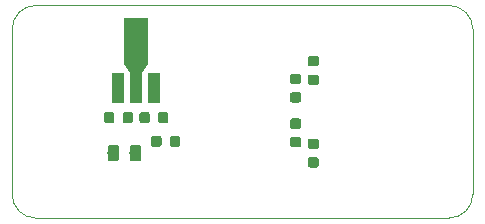
<source format=gtp>
G04 #@! TF.GenerationSoftware,KiCad,Pcbnew,(6.0.0-rc1-dev-1-g01c5bdfb8)*
G04 #@! TF.CreationDate,2019-01-02T15:00:54+01:00*
G04 #@! TF.ProjectId,nunchuk_breakout,6E756E6368756B5F627265616B6F7574,rev?*
G04 #@! TF.SameCoordinates,Original*
G04 #@! TF.FileFunction,Paste,Top*
G04 #@! TF.FilePolarity,Positive*
%FSLAX46Y46*%
G04 Gerber Fmt 4.6, Leading zero omitted, Abs format (unit mm)*
G04 Created by KiCad (PCBNEW (6.0.0-rc1-dev-1-g01c5bdfb8)) date Wed Jan  2 15:00:54 2019*
%MOMM*%
%LPD*%
G01*
G04 APERTURE LIST*
%ADD10C,0.100000*%
%ADD11R,1.000000X2.500000*%
%ADD12R,2.000000X4.000000*%
%ADD13C,0.750000*%
%ADD14C,0.875000*%
%ADD15C,0.975000*%
G04 APERTURE END LIST*
D10*
X133000000Y-91000000D02*
G75*
G02X135000000Y-93000000I0J-2000000D01*
G01*
X135000000Y-107000000D02*
G75*
G02X133000000Y-109000000I-2000000J0D01*
G01*
X98000000Y-109000000D02*
G75*
G02X96000000Y-107000000I0J2000000D01*
G01*
X96000000Y-93000000D02*
G75*
G02X98000000Y-91000000I2000000J0D01*
G01*
X135000000Y-107000000D02*
X135000000Y-93000000D01*
X98000000Y-109000000D02*
X133000000Y-109000000D01*
X96000000Y-93000000D02*
X96000000Y-107000000D01*
X133000000Y-91000000D02*
X98000000Y-91000000D01*
D11*
G04 #@! TO.C,U1*
X105000000Y-97980000D03*
X106500000Y-97980000D03*
X108000000Y-97980000D03*
D12*
X106500000Y-94020000D03*
D13*
X106500000Y-96370000D03*
D10*
G36*
X107500000Y-95995000D02*
X107000000Y-96745000D01*
X106000000Y-96745000D01*
X105500000Y-95995000D01*
X107500000Y-95995000D01*
X107500000Y-95995000D01*
G37*
G04 #@! TD*
G04 #@! TO.C,C8*
G36*
X121777691Y-95276053D02*
X121798926Y-95279203D01*
X121819750Y-95284419D01*
X121839962Y-95291651D01*
X121859368Y-95300830D01*
X121877781Y-95311866D01*
X121895024Y-95324654D01*
X121910930Y-95339070D01*
X121925346Y-95354976D01*
X121938134Y-95372219D01*
X121949170Y-95390632D01*
X121958349Y-95410038D01*
X121965581Y-95430250D01*
X121970797Y-95451074D01*
X121973947Y-95472309D01*
X121975000Y-95493750D01*
X121975000Y-95931250D01*
X121973947Y-95952691D01*
X121970797Y-95973926D01*
X121965581Y-95994750D01*
X121958349Y-96014962D01*
X121949170Y-96034368D01*
X121938134Y-96052781D01*
X121925346Y-96070024D01*
X121910930Y-96085930D01*
X121895024Y-96100346D01*
X121877781Y-96113134D01*
X121859368Y-96124170D01*
X121839962Y-96133349D01*
X121819750Y-96140581D01*
X121798926Y-96145797D01*
X121777691Y-96148947D01*
X121756250Y-96150000D01*
X121243750Y-96150000D01*
X121222309Y-96148947D01*
X121201074Y-96145797D01*
X121180250Y-96140581D01*
X121160038Y-96133349D01*
X121140632Y-96124170D01*
X121122219Y-96113134D01*
X121104976Y-96100346D01*
X121089070Y-96085930D01*
X121074654Y-96070024D01*
X121061866Y-96052781D01*
X121050830Y-96034368D01*
X121041651Y-96014962D01*
X121034419Y-95994750D01*
X121029203Y-95973926D01*
X121026053Y-95952691D01*
X121025000Y-95931250D01*
X121025000Y-95493750D01*
X121026053Y-95472309D01*
X121029203Y-95451074D01*
X121034419Y-95430250D01*
X121041651Y-95410038D01*
X121050830Y-95390632D01*
X121061866Y-95372219D01*
X121074654Y-95354976D01*
X121089070Y-95339070D01*
X121104976Y-95324654D01*
X121122219Y-95311866D01*
X121140632Y-95300830D01*
X121160038Y-95291651D01*
X121180250Y-95284419D01*
X121201074Y-95279203D01*
X121222309Y-95276053D01*
X121243750Y-95275000D01*
X121756250Y-95275000D01*
X121777691Y-95276053D01*
X121777691Y-95276053D01*
G37*
D14*
X121500000Y-95712500D03*
D10*
G36*
X121777691Y-96851053D02*
X121798926Y-96854203D01*
X121819750Y-96859419D01*
X121839962Y-96866651D01*
X121859368Y-96875830D01*
X121877781Y-96886866D01*
X121895024Y-96899654D01*
X121910930Y-96914070D01*
X121925346Y-96929976D01*
X121938134Y-96947219D01*
X121949170Y-96965632D01*
X121958349Y-96985038D01*
X121965581Y-97005250D01*
X121970797Y-97026074D01*
X121973947Y-97047309D01*
X121975000Y-97068750D01*
X121975000Y-97506250D01*
X121973947Y-97527691D01*
X121970797Y-97548926D01*
X121965581Y-97569750D01*
X121958349Y-97589962D01*
X121949170Y-97609368D01*
X121938134Y-97627781D01*
X121925346Y-97645024D01*
X121910930Y-97660930D01*
X121895024Y-97675346D01*
X121877781Y-97688134D01*
X121859368Y-97699170D01*
X121839962Y-97708349D01*
X121819750Y-97715581D01*
X121798926Y-97720797D01*
X121777691Y-97723947D01*
X121756250Y-97725000D01*
X121243750Y-97725000D01*
X121222309Y-97723947D01*
X121201074Y-97720797D01*
X121180250Y-97715581D01*
X121160038Y-97708349D01*
X121140632Y-97699170D01*
X121122219Y-97688134D01*
X121104976Y-97675346D01*
X121089070Y-97660930D01*
X121074654Y-97645024D01*
X121061866Y-97627781D01*
X121050830Y-97609368D01*
X121041651Y-97589962D01*
X121034419Y-97569750D01*
X121029203Y-97548926D01*
X121026053Y-97527691D01*
X121025000Y-97506250D01*
X121025000Y-97068750D01*
X121026053Y-97047309D01*
X121029203Y-97026074D01*
X121034419Y-97005250D01*
X121041651Y-96985038D01*
X121050830Y-96965632D01*
X121061866Y-96947219D01*
X121074654Y-96929976D01*
X121089070Y-96914070D01*
X121104976Y-96899654D01*
X121122219Y-96886866D01*
X121140632Y-96875830D01*
X121160038Y-96866651D01*
X121180250Y-96859419D01*
X121201074Y-96854203D01*
X121222309Y-96851053D01*
X121243750Y-96850000D01*
X121756250Y-96850000D01*
X121777691Y-96851053D01*
X121777691Y-96851053D01*
G37*
D14*
X121500000Y-97287500D03*
G04 #@! TD*
D10*
G04 #@! TO.C,C7*
G36*
X121777691Y-103851053D02*
X121798926Y-103854203D01*
X121819750Y-103859419D01*
X121839962Y-103866651D01*
X121859368Y-103875830D01*
X121877781Y-103886866D01*
X121895024Y-103899654D01*
X121910930Y-103914070D01*
X121925346Y-103929976D01*
X121938134Y-103947219D01*
X121949170Y-103965632D01*
X121958349Y-103985038D01*
X121965581Y-104005250D01*
X121970797Y-104026074D01*
X121973947Y-104047309D01*
X121975000Y-104068750D01*
X121975000Y-104506250D01*
X121973947Y-104527691D01*
X121970797Y-104548926D01*
X121965581Y-104569750D01*
X121958349Y-104589962D01*
X121949170Y-104609368D01*
X121938134Y-104627781D01*
X121925346Y-104645024D01*
X121910930Y-104660930D01*
X121895024Y-104675346D01*
X121877781Y-104688134D01*
X121859368Y-104699170D01*
X121839962Y-104708349D01*
X121819750Y-104715581D01*
X121798926Y-104720797D01*
X121777691Y-104723947D01*
X121756250Y-104725000D01*
X121243750Y-104725000D01*
X121222309Y-104723947D01*
X121201074Y-104720797D01*
X121180250Y-104715581D01*
X121160038Y-104708349D01*
X121140632Y-104699170D01*
X121122219Y-104688134D01*
X121104976Y-104675346D01*
X121089070Y-104660930D01*
X121074654Y-104645024D01*
X121061866Y-104627781D01*
X121050830Y-104609368D01*
X121041651Y-104589962D01*
X121034419Y-104569750D01*
X121029203Y-104548926D01*
X121026053Y-104527691D01*
X121025000Y-104506250D01*
X121025000Y-104068750D01*
X121026053Y-104047309D01*
X121029203Y-104026074D01*
X121034419Y-104005250D01*
X121041651Y-103985038D01*
X121050830Y-103965632D01*
X121061866Y-103947219D01*
X121074654Y-103929976D01*
X121089070Y-103914070D01*
X121104976Y-103899654D01*
X121122219Y-103886866D01*
X121140632Y-103875830D01*
X121160038Y-103866651D01*
X121180250Y-103859419D01*
X121201074Y-103854203D01*
X121222309Y-103851053D01*
X121243750Y-103850000D01*
X121756250Y-103850000D01*
X121777691Y-103851053D01*
X121777691Y-103851053D01*
G37*
D14*
X121500000Y-104287500D03*
D10*
G36*
X121777691Y-102276053D02*
X121798926Y-102279203D01*
X121819750Y-102284419D01*
X121839962Y-102291651D01*
X121859368Y-102300830D01*
X121877781Y-102311866D01*
X121895024Y-102324654D01*
X121910930Y-102339070D01*
X121925346Y-102354976D01*
X121938134Y-102372219D01*
X121949170Y-102390632D01*
X121958349Y-102410038D01*
X121965581Y-102430250D01*
X121970797Y-102451074D01*
X121973947Y-102472309D01*
X121975000Y-102493750D01*
X121975000Y-102931250D01*
X121973947Y-102952691D01*
X121970797Y-102973926D01*
X121965581Y-102994750D01*
X121958349Y-103014962D01*
X121949170Y-103034368D01*
X121938134Y-103052781D01*
X121925346Y-103070024D01*
X121910930Y-103085930D01*
X121895024Y-103100346D01*
X121877781Y-103113134D01*
X121859368Y-103124170D01*
X121839962Y-103133349D01*
X121819750Y-103140581D01*
X121798926Y-103145797D01*
X121777691Y-103148947D01*
X121756250Y-103150000D01*
X121243750Y-103150000D01*
X121222309Y-103148947D01*
X121201074Y-103145797D01*
X121180250Y-103140581D01*
X121160038Y-103133349D01*
X121140632Y-103124170D01*
X121122219Y-103113134D01*
X121104976Y-103100346D01*
X121089070Y-103085930D01*
X121074654Y-103070024D01*
X121061866Y-103052781D01*
X121050830Y-103034368D01*
X121041651Y-103014962D01*
X121034419Y-102994750D01*
X121029203Y-102973926D01*
X121026053Y-102952691D01*
X121025000Y-102931250D01*
X121025000Y-102493750D01*
X121026053Y-102472309D01*
X121029203Y-102451074D01*
X121034419Y-102430250D01*
X121041651Y-102410038D01*
X121050830Y-102390632D01*
X121061866Y-102372219D01*
X121074654Y-102354976D01*
X121089070Y-102339070D01*
X121104976Y-102324654D01*
X121122219Y-102311866D01*
X121140632Y-102300830D01*
X121160038Y-102291651D01*
X121180250Y-102284419D01*
X121201074Y-102279203D01*
X121222309Y-102276053D01*
X121243750Y-102275000D01*
X121756250Y-102275000D01*
X121777691Y-102276053D01*
X121777691Y-102276053D01*
G37*
D14*
X121500000Y-102712500D03*
G04 #@! TD*
D10*
G04 #@! TO.C,C4*
G36*
X107452691Y-100026053D02*
X107473926Y-100029203D01*
X107494750Y-100034419D01*
X107514962Y-100041651D01*
X107534368Y-100050830D01*
X107552781Y-100061866D01*
X107570024Y-100074654D01*
X107585930Y-100089070D01*
X107600346Y-100104976D01*
X107613134Y-100122219D01*
X107624170Y-100140632D01*
X107633349Y-100160038D01*
X107640581Y-100180250D01*
X107645797Y-100201074D01*
X107648947Y-100222309D01*
X107650000Y-100243750D01*
X107650000Y-100756250D01*
X107648947Y-100777691D01*
X107645797Y-100798926D01*
X107640581Y-100819750D01*
X107633349Y-100839962D01*
X107624170Y-100859368D01*
X107613134Y-100877781D01*
X107600346Y-100895024D01*
X107585930Y-100910930D01*
X107570024Y-100925346D01*
X107552781Y-100938134D01*
X107534368Y-100949170D01*
X107514962Y-100958349D01*
X107494750Y-100965581D01*
X107473926Y-100970797D01*
X107452691Y-100973947D01*
X107431250Y-100975000D01*
X106993750Y-100975000D01*
X106972309Y-100973947D01*
X106951074Y-100970797D01*
X106930250Y-100965581D01*
X106910038Y-100958349D01*
X106890632Y-100949170D01*
X106872219Y-100938134D01*
X106854976Y-100925346D01*
X106839070Y-100910930D01*
X106824654Y-100895024D01*
X106811866Y-100877781D01*
X106800830Y-100859368D01*
X106791651Y-100839962D01*
X106784419Y-100819750D01*
X106779203Y-100798926D01*
X106776053Y-100777691D01*
X106775000Y-100756250D01*
X106775000Y-100243750D01*
X106776053Y-100222309D01*
X106779203Y-100201074D01*
X106784419Y-100180250D01*
X106791651Y-100160038D01*
X106800830Y-100140632D01*
X106811866Y-100122219D01*
X106824654Y-100104976D01*
X106839070Y-100089070D01*
X106854976Y-100074654D01*
X106872219Y-100061866D01*
X106890632Y-100050830D01*
X106910038Y-100041651D01*
X106930250Y-100034419D01*
X106951074Y-100029203D01*
X106972309Y-100026053D01*
X106993750Y-100025000D01*
X107431250Y-100025000D01*
X107452691Y-100026053D01*
X107452691Y-100026053D01*
G37*
D14*
X107212500Y-100500000D03*
D10*
G36*
X109027691Y-100026053D02*
X109048926Y-100029203D01*
X109069750Y-100034419D01*
X109089962Y-100041651D01*
X109109368Y-100050830D01*
X109127781Y-100061866D01*
X109145024Y-100074654D01*
X109160930Y-100089070D01*
X109175346Y-100104976D01*
X109188134Y-100122219D01*
X109199170Y-100140632D01*
X109208349Y-100160038D01*
X109215581Y-100180250D01*
X109220797Y-100201074D01*
X109223947Y-100222309D01*
X109225000Y-100243750D01*
X109225000Y-100756250D01*
X109223947Y-100777691D01*
X109220797Y-100798926D01*
X109215581Y-100819750D01*
X109208349Y-100839962D01*
X109199170Y-100859368D01*
X109188134Y-100877781D01*
X109175346Y-100895024D01*
X109160930Y-100910930D01*
X109145024Y-100925346D01*
X109127781Y-100938134D01*
X109109368Y-100949170D01*
X109089962Y-100958349D01*
X109069750Y-100965581D01*
X109048926Y-100970797D01*
X109027691Y-100973947D01*
X109006250Y-100975000D01*
X108568750Y-100975000D01*
X108547309Y-100973947D01*
X108526074Y-100970797D01*
X108505250Y-100965581D01*
X108485038Y-100958349D01*
X108465632Y-100949170D01*
X108447219Y-100938134D01*
X108429976Y-100925346D01*
X108414070Y-100910930D01*
X108399654Y-100895024D01*
X108386866Y-100877781D01*
X108375830Y-100859368D01*
X108366651Y-100839962D01*
X108359419Y-100819750D01*
X108354203Y-100798926D01*
X108351053Y-100777691D01*
X108350000Y-100756250D01*
X108350000Y-100243750D01*
X108351053Y-100222309D01*
X108354203Y-100201074D01*
X108359419Y-100180250D01*
X108366651Y-100160038D01*
X108375830Y-100140632D01*
X108386866Y-100122219D01*
X108399654Y-100104976D01*
X108414070Y-100089070D01*
X108429976Y-100074654D01*
X108447219Y-100061866D01*
X108465632Y-100050830D01*
X108485038Y-100041651D01*
X108505250Y-100034419D01*
X108526074Y-100029203D01*
X108547309Y-100026053D01*
X108568750Y-100025000D01*
X109006250Y-100025000D01*
X109027691Y-100026053D01*
X109027691Y-100026053D01*
G37*
D14*
X108787500Y-100500000D03*
G04 #@! TD*
D10*
G04 #@! TO.C,C3*
G36*
X104452691Y-100026053D02*
X104473926Y-100029203D01*
X104494750Y-100034419D01*
X104514962Y-100041651D01*
X104534368Y-100050830D01*
X104552781Y-100061866D01*
X104570024Y-100074654D01*
X104585930Y-100089070D01*
X104600346Y-100104976D01*
X104613134Y-100122219D01*
X104624170Y-100140632D01*
X104633349Y-100160038D01*
X104640581Y-100180250D01*
X104645797Y-100201074D01*
X104648947Y-100222309D01*
X104650000Y-100243750D01*
X104650000Y-100756250D01*
X104648947Y-100777691D01*
X104645797Y-100798926D01*
X104640581Y-100819750D01*
X104633349Y-100839962D01*
X104624170Y-100859368D01*
X104613134Y-100877781D01*
X104600346Y-100895024D01*
X104585930Y-100910930D01*
X104570024Y-100925346D01*
X104552781Y-100938134D01*
X104534368Y-100949170D01*
X104514962Y-100958349D01*
X104494750Y-100965581D01*
X104473926Y-100970797D01*
X104452691Y-100973947D01*
X104431250Y-100975000D01*
X103993750Y-100975000D01*
X103972309Y-100973947D01*
X103951074Y-100970797D01*
X103930250Y-100965581D01*
X103910038Y-100958349D01*
X103890632Y-100949170D01*
X103872219Y-100938134D01*
X103854976Y-100925346D01*
X103839070Y-100910930D01*
X103824654Y-100895024D01*
X103811866Y-100877781D01*
X103800830Y-100859368D01*
X103791651Y-100839962D01*
X103784419Y-100819750D01*
X103779203Y-100798926D01*
X103776053Y-100777691D01*
X103775000Y-100756250D01*
X103775000Y-100243750D01*
X103776053Y-100222309D01*
X103779203Y-100201074D01*
X103784419Y-100180250D01*
X103791651Y-100160038D01*
X103800830Y-100140632D01*
X103811866Y-100122219D01*
X103824654Y-100104976D01*
X103839070Y-100089070D01*
X103854976Y-100074654D01*
X103872219Y-100061866D01*
X103890632Y-100050830D01*
X103910038Y-100041651D01*
X103930250Y-100034419D01*
X103951074Y-100029203D01*
X103972309Y-100026053D01*
X103993750Y-100025000D01*
X104431250Y-100025000D01*
X104452691Y-100026053D01*
X104452691Y-100026053D01*
G37*
D14*
X104212500Y-100500000D03*
D10*
G36*
X106027691Y-100026053D02*
X106048926Y-100029203D01*
X106069750Y-100034419D01*
X106089962Y-100041651D01*
X106109368Y-100050830D01*
X106127781Y-100061866D01*
X106145024Y-100074654D01*
X106160930Y-100089070D01*
X106175346Y-100104976D01*
X106188134Y-100122219D01*
X106199170Y-100140632D01*
X106208349Y-100160038D01*
X106215581Y-100180250D01*
X106220797Y-100201074D01*
X106223947Y-100222309D01*
X106225000Y-100243750D01*
X106225000Y-100756250D01*
X106223947Y-100777691D01*
X106220797Y-100798926D01*
X106215581Y-100819750D01*
X106208349Y-100839962D01*
X106199170Y-100859368D01*
X106188134Y-100877781D01*
X106175346Y-100895024D01*
X106160930Y-100910930D01*
X106145024Y-100925346D01*
X106127781Y-100938134D01*
X106109368Y-100949170D01*
X106089962Y-100958349D01*
X106069750Y-100965581D01*
X106048926Y-100970797D01*
X106027691Y-100973947D01*
X106006250Y-100975000D01*
X105568750Y-100975000D01*
X105547309Y-100973947D01*
X105526074Y-100970797D01*
X105505250Y-100965581D01*
X105485038Y-100958349D01*
X105465632Y-100949170D01*
X105447219Y-100938134D01*
X105429976Y-100925346D01*
X105414070Y-100910930D01*
X105399654Y-100895024D01*
X105386866Y-100877781D01*
X105375830Y-100859368D01*
X105366651Y-100839962D01*
X105359419Y-100819750D01*
X105354203Y-100798926D01*
X105351053Y-100777691D01*
X105350000Y-100756250D01*
X105350000Y-100243750D01*
X105351053Y-100222309D01*
X105354203Y-100201074D01*
X105359419Y-100180250D01*
X105366651Y-100160038D01*
X105375830Y-100140632D01*
X105386866Y-100122219D01*
X105399654Y-100104976D01*
X105414070Y-100089070D01*
X105429976Y-100074654D01*
X105447219Y-100061866D01*
X105465632Y-100050830D01*
X105485038Y-100041651D01*
X105505250Y-100034419D01*
X105526074Y-100029203D01*
X105547309Y-100026053D01*
X105568750Y-100025000D01*
X106006250Y-100025000D01*
X106027691Y-100026053D01*
X106027691Y-100026053D01*
G37*
D14*
X105787500Y-100500000D03*
G04 #@! TD*
D10*
G04 #@! TO.C,D3*
G36*
X104830142Y-102801174D02*
X104853803Y-102804684D01*
X104877007Y-102810496D01*
X104899529Y-102818554D01*
X104921153Y-102828782D01*
X104941670Y-102841079D01*
X104960883Y-102855329D01*
X104978607Y-102871393D01*
X104994671Y-102889117D01*
X105008921Y-102908330D01*
X105021218Y-102928847D01*
X105031446Y-102950471D01*
X105039504Y-102972993D01*
X105045316Y-102996197D01*
X105048826Y-103019858D01*
X105050000Y-103043750D01*
X105050000Y-103956250D01*
X105048826Y-103980142D01*
X105045316Y-104003803D01*
X105039504Y-104027007D01*
X105031446Y-104049529D01*
X105021218Y-104071153D01*
X105008921Y-104091670D01*
X104994671Y-104110883D01*
X104978607Y-104128607D01*
X104960883Y-104144671D01*
X104941670Y-104158921D01*
X104921153Y-104171218D01*
X104899529Y-104181446D01*
X104877007Y-104189504D01*
X104853803Y-104195316D01*
X104830142Y-104198826D01*
X104806250Y-104200000D01*
X104318750Y-104200000D01*
X104294858Y-104198826D01*
X104271197Y-104195316D01*
X104247993Y-104189504D01*
X104225471Y-104181446D01*
X104203847Y-104171218D01*
X104183330Y-104158921D01*
X104164117Y-104144671D01*
X104146393Y-104128607D01*
X104130329Y-104110883D01*
X104116079Y-104091670D01*
X104103782Y-104071153D01*
X104093554Y-104049529D01*
X104085496Y-104027007D01*
X104079684Y-104003803D01*
X104076174Y-103980142D01*
X104075000Y-103956250D01*
X104075000Y-103043750D01*
X104076174Y-103019858D01*
X104079684Y-102996197D01*
X104085496Y-102972993D01*
X104093554Y-102950471D01*
X104103782Y-102928847D01*
X104116079Y-102908330D01*
X104130329Y-102889117D01*
X104146393Y-102871393D01*
X104164117Y-102855329D01*
X104183330Y-102841079D01*
X104203847Y-102828782D01*
X104225471Y-102818554D01*
X104247993Y-102810496D01*
X104271197Y-102804684D01*
X104294858Y-102801174D01*
X104318750Y-102800000D01*
X104806250Y-102800000D01*
X104830142Y-102801174D01*
X104830142Y-102801174D01*
G37*
D15*
X104562500Y-103500000D03*
D10*
G36*
X106705142Y-102801174D02*
X106728803Y-102804684D01*
X106752007Y-102810496D01*
X106774529Y-102818554D01*
X106796153Y-102828782D01*
X106816670Y-102841079D01*
X106835883Y-102855329D01*
X106853607Y-102871393D01*
X106869671Y-102889117D01*
X106883921Y-102908330D01*
X106896218Y-102928847D01*
X106906446Y-102950471D01*
X106914504Y-102972993D01*
X106920316Y-102996197D01*
X106923826Y-103019858D01*
X106925000Y-103043750D01*
X106925000Y-103956250D01*
X106923826Y-103980142D01*
X106920316Y-104003803D01*
X106914504Y-104027007D01*
X106906446Y-104049529D01*
X106896218Y-104071153D01*
X106883921Y-104091670D01*
X106869671Y-104110883D01*
X106853607Y-104128607D01*
X106835883Y-104144671D01*
X106816670Y-104158921D01*
X106796153Y-104171218D01*
X106774529Y-104181446D01*
X106752007Y-104189504D01*
X106728803Y-104195316D01*
X106705142Y-104198826D01*
X106681250Y-104200000D01*
X106193750Y-104200000D01*
X106169858Y-104198826D01*
X106146197Y-104195316D01*
X106122993Y-104189504D01*
X106100471Y-104181446D01*
X106078847Y-104171218D01*
X106058330Y-104158921D01*
X106039117Y-104144671D01*
X106021393Y-104128607D01*
X106005329Y-104110883D01*
X105991079Y-104091670D01*
X105978782Y-104071153D01*
X105968554Y-104049529D01*
X105960496Y-104027007D01*
X105954684Y-104003803D01*
X105951174Y-103980142D01*
X105950000Y-103956250D01*
X105950000Y-103043750D01*
X105951174Y-103019858D01*
X105954684Y-102996197D01*
X105960496Y-102972993D01*
X105968554Y-102950471D01*
X105978782Y-102928847D01*
X105991079Y-102908330D01*
X106005329Y-102889117D01*
X106021393Y-102871393D01*
X106039117Y-102855329D01*
X106058330Y-102841079D01*
X106078847Y-102828782D01*
X106100471Y-102818554D01*
X106122993Y-102810496D01*
X106146197Y-102804684D01*
X106169858Y-102801174D01*
X106193750Y-102800000D01*
X106681250Y-102800000D01*
X106705142Y-102801174D01*
X106705142Y-102801174D01*
G37*
D15*
X106437500Y-103500000D03*
G04 #@! TD*
D10*
G04 #@! TO.C,R5*
G36*
X120277691Y-100563554D02*
X120298926Y-100566704D01*
X120319750Y-100571920D01*
X120339962Y-100579152D01*
X120359368Y-100588331D01*
X120377781Y-100599367D01*
X120395024Y-100612155D01*
X120410930Y-100626571D01*
X120425346Y-100642477D01*
X120438134Y-100659720D01*
X120449170Y-100678133D01*
X120458349Y-100697539D01*
X120465581Y-100717751D01*
X120470797Y-100738575D01*
X120473947Y-100759810D01*
X120475000Y-100781251D01*
X120475000Y-101218751D01*
X120473947Y-101240192D01*
X120470797Y-101261427D01*
X120465581Y-101282251D01*
X120458349Y-101302463D01*
X120449170Y-101321869D01*
X120438134Y-101340282D01*
X120425346Y-101357525D01*
X120410930Y-101373431D01*
X120395024Y-101387847D01*
X120377781Y-101400635D01*
X120359368Y-101411671D01*
X120339962Y-101420850D01*
X120319750Y-101428082D01*
X120298926Y-101433298D01*
X120277691Y-101436448D01*
X120256250Y-101437501D01*
X119743750Y-101437501D01*
X119722309Y-101436448D01*
X119701074Y-101433298D01*
X119680250Y-101428082D01*
X119660038Y-101420850D01*
X119640632Y-101411671D01*
X119622219Y-101400635D01*
X119604976Y-101387847D01*
X119589070Y-101373431D01*
X119574654Y-101357525D01*
X119561866Y-101340282D01*
X119550830Y-101321869D01*
X119541651Y-101302463D01*
X119534419Y-101282251D01*
X119529203Y-101261427D01*
X119526053Y-101240192D01*
X119525000Y-101218751D01*
X119525000Y-100781251D01*
X119526053Y-100759810D01*
X119529203Y-100738575D01*
X119534419Y-100717751D01*
X119541651Y-100697539D01*
X119550830Y-100678133D01*
X119561866Y-100659720D01*
X119574654Y-100642477D01*
X119589070Y-100626571D01*
X119604976Y-100612155D01*
X119622219Y-100599367D01*
X119640632Y-100588331D01*
X119660038Y-100579152D01*
X119680250Y-100571920D01*
X119701074Y-100566704D01*
X119722309Y-100563554D01*
X119743750Y-100562501D01*
X120256250Y-100562501D01*
X120277691Y-100563554D01*
X120277691Y-100563554D01*
G37*
D14*
X120000000Y-101000001D03*
D10*
G36*
X120277691Y-102138554D02*
X120298926Y-102141704D01*
X120319750Y-102146920D01*
X120339962Y-102154152D01*
X120359368Y-102163331D01*
X120377781Y-102174367D01*
X120395024Y-102187155D01*
X120410930Y-102201571D01*
X120425346Y-102217477D01*
X120438134Y-102234720D01*
X120449170Y-102253133D01*
X120458349Y-102272539D01*
X120465581Y-102292751D01*
X120470797Y-102313575D01*
X120473947Y-102334810D01*
X120475000Y-102356251D01*
X120475000Y-102793751D01*
X120473947Y-102815192D01*
X120470797Y-102836427D01*
X120465581Y-102857251D01*
X120458349Y-102877463D01*
X120449170Y-102896869D01*
X120438134Y-102915282D01*
X120425346Y-102932525D01*
X120410930Y-102948431D01*
X120395024Y-102962847D01*
X120377781Y-102975635D01*
X120359368Y-102986671D01*
X120339962Y-102995850D01*
X120319750Y-103003082D01*
X120298926Y-103008298D01*
X120277691Y-103011448D01*
X120256250Y-103012501D01*
X119743750Y-103012501D01*
X119722309Y-103011448D01*
X119701074Y-103008298D01*
X119680250Y-103003082D01*
X119660038Y-102995850D01*
X119640632Y-102986671D01*
X119622219Y-102975635D01*
X119604976Y-102962847D01*
X119589070Y-102948431D01*
X119574654Y-102932525D01*
X119561866Y-102915282D01*
X119550830Y-102896869D01*
X119541651Y-102877463D01*
X119534419Y-102857251D01*
X119529203Y-102836427D01*
X119526053Y-102815192D01*
X119525000Y-102793751D01*
X119525000Y-102356251D01*
X119526053Y-102334810D01*
X119529203Y-102313575D01*
X119534419Y-102292751D01*
X119541651Y-102272539D01*
X119550830Y-102253133D01*
X119561866Y-102234720D01*
X119574654Y-102217477D01*
X119589070Y-102201571D01*
X119604976Y-102187155D01*
X119622219Y-102174367D01*
X119640632Y-102163331D01*
X119660038Y-102154152D01*
X119680250Y-102146920D01*
X119701074Y-102141704D01*
X119722309Y-102138554D01*
X119743750Y-102137501D01*
X120256250Y-102137501D01*
X120277691Y-102138554D01*
X120277691Y-102138554D01*
G37*
D14*
X120000000Y-102575001D03*
G04 #@! TD*
D10*
G04 #@! TO.C,R4*
G36*
X120277691Y-96776053D02*
X120298926Y-96779203D01*
X120319750Y-96784419D01*
X120339962Y-96791651D01*
X120359368Y-96800830D01*
X120377781Y-96811866D01*
X120395024Y-96824654D01*
X120410930Y-96839070D01*
X120425346Y-96854976D01*
X120438134Y-96872219D01*
X120449170Y-96890632D01*
X120458349Y-96910038D01*
X120465581Y-96930250D01*
X120470797Y-96951074D01*
X120473947Y-96972309D01*
X120475000Y-96993750D01*
X120475000Y-97431250D01*
X120473947Y-97452691D01*
X120470797Y-97473926D01*
X120465581Y-97494750D01*
X120458349Y-97514962D01*
X120449170Y-97534368D01*
X120438134Y-97552781D01*
X120425346Y-97570024D01*
X120410930Y-97585930D01*
X120395024Y-97600346D01*
X120377781Y-97613134D01*
X120359368Y-97624170D01*
X120339962Y-97633349D01*
X120319750Y-97640581D01*
X120298926Y-97645797D01*
X120277691Y-97648947D01*
X120256250Y-97650000D01*
X119743750Y-97650000D01*
X119722309Y-97648947D01*
X119701074Y-97645797D01*
X119680250Y-97640581D01*
X119660038Y-97633349D01*
X119640632Y-97624170D01*
X119622219Y-97613134D01*
X119604976Y-97600346D01*
X119589070Y-97585930D01*
X119574654Y-97570024D01*
X119561866Y-97552781D01*
X119550830Y-97534368D01*
X119541651Y-97514962D01*
X119534419Y-97494750D01*
X119529203Y-97473926D01*
X119526053Y-97452691D01*
X119525000Y-97431250D01*
X119525000Y-96993750D01*
X119526053Y-96972309D01*
X119529203Y-96951074D01*
X119534419Y-96930250D01*
X119541651Y-96910038D01*
X119550830Y-96890632D01*
X119561866Y-96872219D01*
X119574654Y-96854976D01*
X119589070Y-96839070D01*
X119604976Y-96824654D01*
X119622219Y-96811866D01*
X119640632Y-96800830D01*
X119660038Y-96791651D01*
X119680250Y-96784419D01*
X119701074Y-96779203D01*
X119722309Y-96776053D01*
X119743750Y-96775000D01*
X120256250Y-96775000D01*
X120277691Y-96776053D01*
X120277691Y-96776053D01*
G37*
D14*
X120000000Y-97212500D03*
D10*
G36*
X120277691Y-98351053D02*
X120298926Y-98354203D01*
X120319750Y-98359419D01*
X120339962Y-98366651D01*
X120359368Y-98375830D01*
X120377781Y-98386866D01*
X120395024Y-98399654D01*
X120410930Y-98414070D01*
X120425346Y-98429976D01*
X120438134Y-98447219D01*
X120449170Y-98465632D01*
X120458349Y-98485038D01*
X120465581Y-98505250D01*
X120470797Y-98526074D01*
X120473947Y-98547309D01*
X120475000Y-98568750D01*
X120475000Y-99006250D01*
X120473947Y-99027691D01*
X120470797Y-99048926D01*
X120465581Y-99069750D01*
X120458349Y-99089962D01*
X120449170Y-99109368D01*
X120438134Y-99127781D01*
X120425346Y-99145024D01*
X120410930Y-99160930D01*
X120395024Y-99175346D01*
X120377781Y-99188134D01*
X120359368Y-99199170D01*
X120339962Y-99208349D01*
X120319750Y-99215581D01*
X120298926Y-99220797D01*
X120277691Y-99223947D01*
X120256250Y-99225000D01*
X119743750Y-99225000D01*
X119722309Y-99223947D01*
X119701074Y-99220797D01*
X119680250Y-99215581D01*
X119660038Y-99208349D01*
X119640632Y-99199170D01*
X119622219Y-99188134D01*
X119604976Y-99175346D01*
X119589070Y-99160930D01*
X119574654Y-99145024D01*
X119561866Y-99127781D01*
X119550830Y-99109368D01*
X119541651Y-99089962D01*
X119534419Y-99069750D01*
X119529203Y-99048926D01*
X119526053Y-99027691D01*
X119525000Y-99006250D01*
X119525000Y-98568750D01*
X119526053Y-98547309D01*
X119529203Y-98526074D01*
X119534419Y-98505250D01*
X119541651Y-98485038D01*
X119550830Y-98465632D01*
X119561866Y-98447219D01*
X119574654Y-98429976D01*
X119589070Y-98414070D01*
X119604976Y-98399654D01*
X119622219Y-98386866D01*
X119640632Y-98375830D01*
X119660038Y-98366651D01*
X119680250Y-98359419D01*
X119701074Y-98354203D01*
X119722309Y-98351053D01*
X119743750Y-98350000D01*
X120256250Y-98350000D01*
X120277691Y-98351053D01*
X120277691Y-98351053D01*
G37*
D14*
X120000000Y-98787500D03*
G04 #@! TD*
D10*
G04 #@! TO.C,R3*
G36*
X108452691Y-102026053D02*
X108473926Y-102029203D01*
X108494750Y-102034419D01*
X108514962Y-102041651D01*
X108534368Y-102050830D01*
X108552781Y-102061866D01*
X108570024Y-102074654D01*
X108585930Y-102089070D01*
X108600346Y-102104976D01*
X108613134Y-102122219D01*
X108624170Y-102140632D01*
X108633349Y-102160038D01*
X108640581Y-102180250D01*
X108645797Y-102201074D01*
X108648947Y-102222309D01*
X108650000Y-102243750D01*
X108650000Y-102756250D01*
X108648947Y-102777691D01*
X108645797Y-102798926D01*
X108640581Y-102819750D01*
X108633349Y-102839962D01*
X108624170Y-102859368D01*
X108613134Y-102877781D01*
X108600346Y-102895024D01*
X108585930Y-102910930D01*
X108570024Y-102925346D01*
X108552781Y-102938134D01*
X108534368Y-102949170D01*
X108514962Y-102958349D01*
X108494750Y-102965581D01*
X108473926Y-102970797D01*
X108452691Y-102973947D01*
X108431250Y-102975000D01*
X107993750Y-102975000D01*
X107972309Y-102973947D01*
X107951074Y-102970797D01*
X107930250Y-102965581D01*
X107910038Y-102958349D01*
X107890632Y-102949170D01*
X107872219Y-102938134D01*
X107854976Y-102925346D01*
X107839070Y-102910930D01*
X107824654Y-102895024D01*
X107811866Y-102877781D01*
X107800830Y-102859368D01*
X107791651Y-102839962D01*
X107784419Y-102819750D01*
X107779203Y-102798926D01*
X107776053Y-102777691D01*
X107775000Y-102756250D01*
X107775000Y-102243750D01*
X107776053Y-102222309D01*
X107779203Y-102201074D01*
X107784419Y-102180250D01*
X107791651Y-102160038D01*
X107800830Y-102140632D01*
X107811866Y-102122219D01*
X107824654Y-102104976D01*
X107839070Y-102089070D01*
X107854976Y-102074654D01*
X107872219Y-102061866D01*
X107890632Y-102050830D01*
X107910038Y-102041651D01*
X107930250Y-102034419D01*
X107951074Y-102029203D01*
X107972309Y-102026053D01*
X107993750Y-102025000D01*
X108431250Y-102025000D01*
X108452691Y-102026053D01*
X108452691Y-102026053D01*
G37*
D14*
X108212500Y-102500000D03*
D10*
G36*
X110027691Y-102026053D02*
X110048926Y-102029203D01*
X110069750Y-102034419D01*
X110089962Y-102041651D01*
X110109368Y-102050830D01*
X110127781Y-102061866D01*
X110145024Y-102074654D01*
X110160930Y-102089070D01*
X110175346Y-102104976D01*
X110188134Y-102122219D01*
X110199170Y-102140632D01*
X110208349Y-102160038D01*
X110215581Y-102180250D01*
X110220797Y-102201074D01*
X110223947Y-102222309D01*
X110225000Y-102243750D01*
X110225000Y-102756250D01*
X110223947Y-102777691D01*
X110220797Y-102798926D01*
X110215581Y-102819750D01*
X110208349Y-102839962D01*
X110199170Y-102859368D01*
X110188134Y-102877781D01*
X110175346Y-102895024D01*
X110160930Y-102910930D01*
X110145024Y-102925346D01*
X110127781Y-102938134D01*
X110109368Y-102949170D01*
X110089962Y-102958349D01*
X110069750Y-102965581D01*
X110048926Y-102970797D01*
X110027691Y-102973947D01*
X110006250Y-102975000D01*
X109568750Y-102975000D01*
X109547309Y-102973947D01*
X109526074Y-102970797D01*
X109505250Y-102965581D01*
X109485038Y-102958349D01*
X109465632Y-102949170D01*
X109447219Y-102938134D01*
X109429976Y-102925346D01*
X109414070Y-102910930D01*
X109399654Y-102895024D01*
X109386866Y-102877781D01*
X109375830Y-102859368D01*
X109366651Y-102839962D01*
X109359419Y-102819750D01*
X109354203Y-102798926D01*
X109351053Y-102777691D01*
X109350000Y-102756250D01*
X109350000Y-102243750D01*
X109351053Y-102222309D01*
X109354203Y-102201074D01*
X109359419Y-102180250D01*
X109366651Y-102160038D01*
X109375830Y-102140632D01*
X109386866Y-102122219D01*
X109399654Y-102104976D01*
X109414070Y-102089070D01*
X109429976Y-102074654D01*
X109447219Y-102061866D01*
X109465632Y-102050830D01*
X109485038Y-102041651D01*
X109505250Y-102034419D01*
X109526074Y-102029203D01*
X109547309Y-102026053D01*
X109568750Y-102025000D01*
X110006250Y-102025000D01*
X110027691Y-102026053D01*
X110027691Y-102026053D01*
G37*
D14*
X109787500Y-102500000D03*
G04 #@! TD*
M02*

</source>
